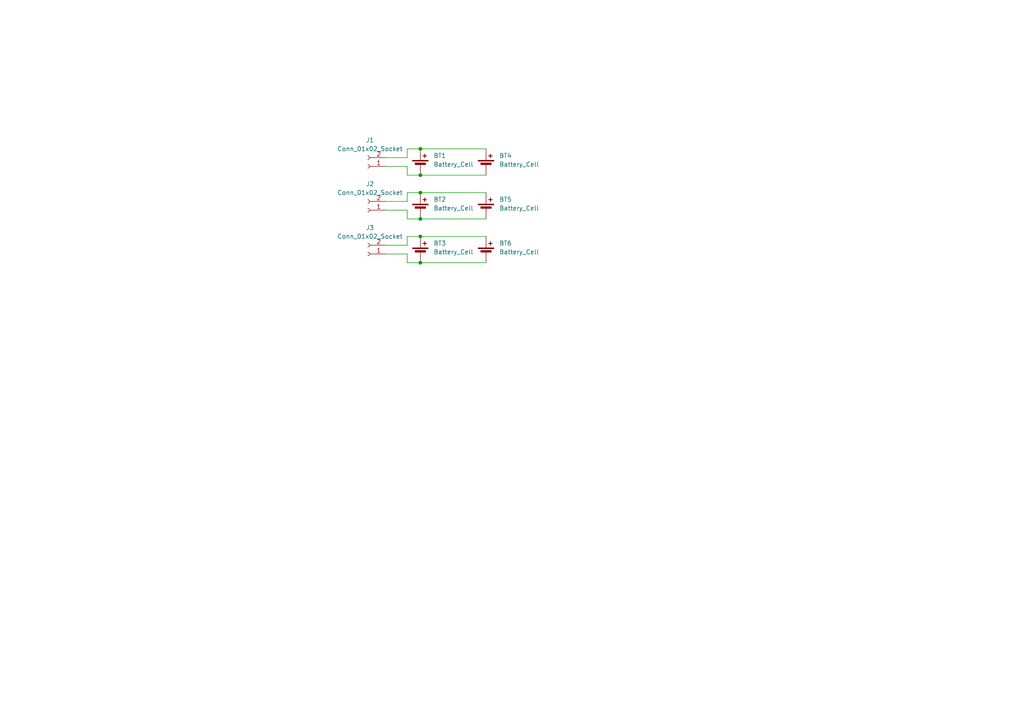
<source format=kicad_sch>
(kicad_sch (version 20250114) (generator "eeschema") (generator_version "9.0")
  (paper "A4")
  (lib_symbols
    (symbol "Connector:Conn_01x02_Socket" (pin_names (offset 1.016) (hide yes))
      (property "Reference" "J" (at 0 2.54 0))
      (property "Value" "Conn_01x02_Socket" (at 0 -5.08 0))
      (symbol "Conn_01x02_Socket_1_1"
        (polyline (pts (xy -1.27 0) (xy -0.508 0)) (stroke (width 0.1524)))
        (polyline (pts (xy -1.27 -2.54) (xy -0.508 -2.54)) (stroke (width 0.1524)))
        (arc (start 0 -0.508) (mid -0.5058 0) (end 0 0.508) (stroke (width 0.1524)))
        (arc (start 0 -3.048) (mid -0.5058 -2.54) (end 0 -2.032) (stroke (width 0.1524)))
        (pin passive line (at -5.08 0 0) (length 3.81) (name "Pin_1") (number "1"))
        (pin passive line (at -5.08 -2.54 0) (length 3.81) (name "Pin_2") (number "2"))
      )
    )
    (symbol "Device:Battery_Cell" (pin_numbers (hide yes)) (pin_names (offset 0) (hide yes))
      (property "Reference" "BT" (at 2.54 2.54 0))
      (property "Value" "Battery_Cell" (at 2.54 0 0))
      (symbol "Battery_Cell_0_1"
        (rectangle (start -2.286 1.778) (end 2.286 1.524) (fill (type outline)))
        (rectangle (start -1.524 1.016) (end 1.524 0.508) (fill (type outline)))
        (polyline (pts (xy 0 1.778) (xy 0 2.54)))
        (polyline (pts (xy 0 0.762) (xy 0 0)))
        (polyline (pts (xy 0.762 3.048) (xy 1.778 3.048)) (stroke (width 0.254)))
        (polyline (pts (xy 1.27 3.556) (xy 1.27 2.54)) (stroke (width 0.254)))
      )
      (symbol "Battery_Cell_1_1"
        (pin passive line (at 0 5.08 270) (length 2.54) (name "+") (number "1"))
        (pin passive line (at 0 -2.54 90) (length 2.54) (name "-") (number "2"))
      )
    )
  )
  (junction (at 121.92 63.5))
  (junction (at 121.92 50.8))
  (junction (at 121.92 76.2))
  (junction (at 121.92 43.18))
  (junction (at 121.92 68.58))
  (junction (at 121.92 55.88))
  (wire (pts (xy 118.11 68.58) (xy 121.92 68.58)))
  (wire (pts (xy 121.92 76.2) (xy 118.11 76.2)))
  (wire (pts (xy 121.92 63.5) (xy 140.97 63.5)))
  (wire (pts (xy 121.92 76.2) (xy 140.97 76.2)))
  (wire (pts (xy 121.92 43.18) (xy 140.97 43.18)))
  (wire (pts (xy 118.11 71.12) (xy 118.11 68.58)))
  (wire (pts (xy 118.11 73.66) (xy 111.76 73.66)))
  (wire (pts (xy 118.11 60.96) (xy 111.76 60.96)))
  (wire (pts (xy 111.76 45.72) (xy 118.11 45.72)))
  (wire (pts (xy 111.76 58.42) (xy 118.11 58.42)))
  (wire (pts (xy 118.11 43.18) (xy 121.92 43.18)))
  (wire (pts (xy 118.11 58.42) (xy 118.11 55.88)))
  (wire (pts (xy 121.92 55.88) (xy 140.97 55.88)))
  (wire (pts (xy 121.92 50.8) (xy 140.97 50.8)))
  (wire (pts (xy 118.11 45.72) (xy 118.11 43.18)))
  (wire (pts (xy 118.11 55.88) (xy 121.92 55.88)))
  (wire (pts (xy 121.92 50.8) (xy 118.11 50.8)))
  (wire (pts (xy 118.11 63.5) (xy 118.11 60.96)))
  (wire (pts (xy 111.76 71.12) (xy 118.11 71.12)))
  (wire (pts (xy 118.11 76.2) (xy 118.11 73.66)))
  (wire (pts (xy 118.11 48.26) (xy 111.76 48.26)))
  (wire (pts (xy 121.92 63.5) (xy 118.11 63.5)))
  (wire (pts (xy 118.11 50.8) (xy 118.11 48.26)))
  (wire (pts (xy 121.92 68.58) (xy 140.97 68.58)))
  (symbol (lib_id "Device:Battery_Cell") (at 140.97 48.26 0) (unit 1)
    (property "Reference" "BT4" (at 144.78 45.1484 0) (effects (justify left)))
    (property "Value" "Battery_Cell" (at 144.78 47.6884 0) (effects (justify left)))
    (property "Footprint" "Batteryholder:21700 laskakit battery holder" (effects (hide yes)))
    (property "Description" "Single-cell battery" (effects (hide yes)))
  )
  (symbol (lib_id "Connector:Conn_01x02_Socket") (at 106.68 60.96 180) (unit 1)
    (property "Reference" "J2" (at 107.315 53.34 0))
    (property "Value" "Conn_01x02_Socket" (at 107.315 55.88 0))
    (property "Footprint" "Connector_JST:JST_XH_B2B-XH-A_1x02_P2.50mm_Vertical" (effects (hide yes)))
    (property "Description" "Generic connector, single row, 01x02, script generated" (effects (hide yes)))
  )
  (symbol (lib_id "Device:Battery_Cell") (at 121.92 73.66 0) (unit 1)
    (property "Reference" "BT3" (at 125.73 70.5484 0) (effects (justify left)))
    (property "Value" "Battery_Cell" (at 125.73 73.0884 0) (effects (justify left)))
    (property "Footprint" "Batteryholder:21700 laskakit battery holder" (effects (hide yes)))
    (property "Description" "Single-cell battery" (effects (hide yes)))
  )
  (symbol (lib_id "Connector:Conn_01x02_Socket") (at 106.68 48.26 180) (unit 1)
    (property "Reference" "J1" (at 107.315 40.64 0))
    (property "Value" "Conn_01x02_Socket" (at 107.315 43.18 0))
    (property "Footprint" "Connector_JST:JST_XH_B2B-XH-A_1x02_P2.50mm_Vertical" (effects (hide yes)))
    (property "Description" "Generic connector, single row, 01x02, script generated" (effects (hide yes)))
  )
  (symbol (lib_id "Connector:Conn_01x02_Socket") (at 106.68 73.66 180) (unit 1)
    (property "Reference" "J3" (at 107.315 66.04 0))
    (property "Value" "Conn_01x02_Socket" (at 107.315 68.58 0))
    (property "Footprint" "Connector_JST:JST_XH_B2B-XH-A_1x02_P2.50mm_Vertical" (effects (hide yes)))
    (property "Description" "Generic connector, single row, 01x02, script generated" (effects (hide yes)))
  )
  (symbol (lib_id "Device:Battery_Cell") (at 121.92 60.96 0) (unit 1)
    (property "Reference" "BT2" (at 125.73 57.8484 0) (effects (justify left)))
    (property "Value" "Battery_Cell" (at 125.73 60.3884 0) (effects (justify left)))
    (property "Footprint" "Batteryholder:21700 laskakit battery holder" (effects (hide yes)))
    (property "Description" "Single-cell battery" (effects (hide yes)))
  )
  (symbol (lib_id "Device:Battery_Cell") (at 121.92 48.26 0) (unit 1)
    (property "Reference" "BT1" (at 125.73 45.1484 0) (effects (justify left)))
    (property "Value" "Battery_Cell" (at 125.73 47.6884 0) (effects (justify left)))
    (property "Footprint" "Batteryholder:21700 laskakit battery holder" (effects (hide yes)))
    (property "Description" "Single-cell battery" (effects (hide yes)))
  )
  (symbol (lib_id "Device:Battery_Cell") (at 140.97 60.96 0) (unit 1)
    (property "Reference" "BT5" (at 144.78 57.8484 0) (effects (justify left)))
    (property "Value" "Battery_Cell" (at 144.78 60.3884 0) (effects (justify left)))
    (property "Footprint" "Batteryholder:21700 laskakit battery holder" (effects (hide yes)))
    (property "Description" "Single-cell battery" (effects (hide yes)))
  )
  (symbol (lib_id "Device:Battery_Cell") (at 140.97 73.66 0) (unit 1)
    (property "Reference" "BT6" (at 144.78 70.5484 0) (effects (justify left)))
    (property "Value" "Battery_Cell" (at 144.78 73.0884 0) (effects (justify left)))
    (property "Footprint" "Batteryholder:21700 laskakit battery holder" (effects (hide yes)))
    (property "Description" "Single-cell battery" (effects (hide yes)))
  )
)
</source>
